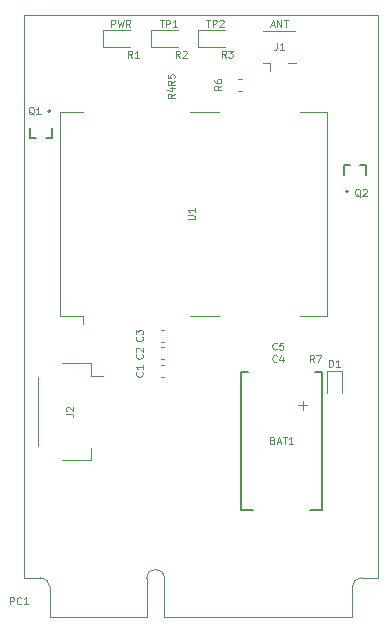
<source format=gbr>
G04 #@! TF.GenerationSoftware,KiCad,Pcbnew,5.1.5+dfsg1-2build2*
G04 #@! TF.CreationDate,2021-01-22T23:18:44+11:00*
G04 #@! TF.ProjectId,mPCIe-LEA-4L,6d504349-652d-44c4-9541-2d344c2e6b69,1*
G04 #@! TF.SameCoordinates,Original*
G04 #@! TF.FileFunction,Legend,Top*
G04 #@! TF.FilePolarity,Positive*
%FSLAX46Y46*%
G04 Gerber Fmt 4.6, Leading zero omitted, Abs format (unit mm)*
G04 Created by KiCad (PCBNEW 5.1.5+dfsg1-2build2) date 2021-01-22 23:18:44*
%MOMM*%
%LPD*%
G04 APERTURE LIST*
%ADD10C,0.120000*%
G04 #@! TA.AperFunction,Profile*
%ADD11C,0.050000*%
G04 #@! TD*
%ADD12C,0.200000*%
%ADD13C,0.127000*%
%ADD14C,0.100000*%
%ADD15C,0.015000*%
G04 APERTURE END LIST*
D10*
G04 #@! TO.C,R6*
X143137221Y-80460000D02*
X143462779Y-80460000D01*
X143137221Y-79440000D02*
X143462779Y-79440000D01*
D11*
G04 #@! TO.C,PC1*
X136900000Y-125000000D02*
X136900000Y-121750000D01*
X127200000Y-125000000D02*
X127200000Y-122500000D01*
X125000000Y-121700000D02*
X126400000Y-121700000D01*
X152800000Y-125000000D02*
X152800000Y-122500000D01*
X153600000Y-121700000D02*
X155000000Y-121700000D01*
X135400000Y-125000000D02*
X127200000Y-125000000D01*
X125000000Y-74050000D02*
X155000000Y-74050000D01*
X155000000Y-121700000D02*
X155000000Y-74050000D01*
X125000000Y-121700000D02*
X125000000Y-74050000D01*
X136900000Y-125000000D02*
X152800000Y-125000000D01*
X135400000Y-125000000D02*
X135400000Y-121750000D01*
X153600000Y-121700000D02*
G75*
G03X152800000Y-122500000I0J-800000D01*
G01*
X126400000Y-121700000D02*
G75*
G02X127200000Y-122500000I0J-800000D01*
G01*
X135400000Y-121750000D02*
G75*
G02X136900000Y-121750000I750000J0D01*
G01*
D10*
G04 #@! TO.C,C3*
X136574721Y-101710000D02*
X136900279Y-101710000D01*
X136574721Y-100690000D02*
X136900279Y-100690000D01*
G04 #@! TO.C,U1*
X130040000Y-100200000D02*
X130040000Y-99510000D01*
X128040000Y-99510000D02*
X130040000Y-99510000D01*
X139060000Y-99510000D02*
X141540000Y-99510000D01*
X148360000Y-82290000D02*
X150660000Y-82290000D01*
X150660000Y-99510000D02*
X150660000Y-82290000D01*
X148360000Y-99510000D02*
X150660000Y-99510000D01*
X139060000Y-82290000D02*
X141540000Y-82290000D01*
X128040000Y-99510000D02*
X128040000Y-82290000D01*
X128040000Y-82290000D02*
X130040000Y-82290000D01*
G04 #@! TO.C,J2*
X126215000Y-104710000D02*
X126215000Y-110590000D01*
X130685000Y-111760000D02*
X130685000Y-110710000D01*
X128185000Y-111760000D02*
X130685000Y-111760000D01*
X130685000Y-104590000D02*
X131675000Y-104590000D01*
X130685000Y-103540000D02*
X130685000Y-104590000D01*
X128185000Y-103540000D02*
X130685000Y-103540000D01*
D12*
G04 #@! TO.C,Q1*
X127250000Y-82220000D02*
G75*
G03X127250000Y-82220000I-100000J0D01*
G01*
D13*
X125513069Y-84489754D02*
X125513069Y-83629754D01*
X126013069Y-84489754D02*
X125513069Y-84489754D01*
X127386274Y-84491441D02*
X127386274Y-83631441D01*
X126886274Y-84491441D02*
X127386274Y-84491441D01*
D10*
G04 #@! TO.C,C1*
X136900279Y-104710000D02*
X136574721Y-104710000D01*
X136900279Y-103690000D02*
X136574721Y-103690000D01*
D12*
G04 #@! TO.C,Q2*
X152450000Y-89025000D02*
G75*
G03X152450000Y-89025000I-100000J0D01*
G01*
D13*
X153986931Y-86755246D02*
X153986931Y-87615246D01*
X153486931Y-86755246D02*
X153986931Y-86755246D01*
X152113726Y-86753559D02*
X152113726Y-87613559D01*
X152613726Y-86753559D02*
X152113726Y-86753559D01*
D10*
G04 #@! TO.C,LED2*
X138050000Y-75315000D02*
X135765000Y-75315000D01*
X135765000Y-75315000D02*
X135765000Y-76785000D01*
X135765000Y-76785000D02*
X138050000Y-76785000D01*
D13*
G04 #@! TO.C,BAT1*
X143963000Y-104275000D02*
X143400000Y-104275000D01*
X143400000Y-104275000D02*
X143400000Y-115975000D01*
X143400000Y-115975000D02*
X144362000Y-115975000D01*
X149238000Y-115975000D02*
X150200000Y-115975000D01*
X150200000Y-115975000D02*
X150200000Y-104275000D01*
X150200000Y-104275000D02*
X149657000Y-104275000D01*
D10*
G04 #@! TO.C,LED1*
X133987500Y-75315000D02*
X131702500Y-75315000D01*
X131702500Y-75315000D02*
X131702500Y-76785000D01*
X131702500Y-76785000D02*
X133987500Y-76785000D01*
G04 #@! TO.C,J1*
X145250000Y-75440000D02*
X147950000Y-75440000D01*
X145840000Y-78160000D02*
X145840000Y-78790000D01*
X148000000Y-78160000D02*
X147360000Y-78160000D01*
X145200000Y-78160000D02*
X145840000Y-78160000D01*
G04 #@! TO.C,LED3*
X142000000Y-75315000D02*
X139715000Y-75315000D01*
X139715000Y-75315000D02*
X139715000Y-76785000D01*
X139715000Y-76785000D02*
X142000000Y-76785000D01*
G04 #@! TO.C,D1*
X151900000Y-104225000D02*
X150700000Y-104225000D01*
X151900000Y-106075000D02*
X151900000Y-104225000D01*
X150700000Y-106075000D02*
X150700000Y-104225000D01*
G04 #@! TO.C,C2*
X136900279Y-102190000D02*
X136574721Y-102190000D01*
X136900279Y-103210000D02*
X136574721Y-103210000D01*
G04 #@! TD*
G04 #@! TO.C,R6*
D14*
X141721428Y-80050000D02*
X141435714Y-80250000D01*
X141721428Y-80392857D02*
X141121428Y-80392857D01*
X141121428Y-80164285D01*
X141150000Y-80107142D01*
X141178571Y-80078571D01*
X141235714Y-80050000D01*
X141321428Y-80050000D01*
X141378571Y-80078571D01*
X141407142Y-80107142D01*
X141435714Y-80164285D01*
X141435714Y-80392857D01*
X141121428Y-79535714D02*
X141121428Y-79650000D01*
X141150000Y-79707142D01*
X141178571Y-79735714D01*
X141264285Y-79792857D01*
X141378571Y-79821428D01*
X141607142Y-79821428D01*
X141664285Y-79792857D01*
X141692857Y-79764285D01*
X141721428Y-79707142D01*
X141721428Y-79592857D01*
X141692857Y-79535714D01*
X141664285Y-79507142D01*
X141607142Y-79478571D01*
X141464285Y-79478571D01*
X141407142Y-79507142D01*
X141378571Y-79535714D01*
X141350000Y-79592857D01*
X141350000Y-79707142D01*
X141378571Y-79764285D01*
X141407142Y-79792857D01*
X141464285Y-79821428D01*
G04 #@! TO.C,PC1*
X123807142Y-123971428D02*
X123807142Y-123371428D01*
X124035714Y-123371428D01*
X124092857Y-123400000D01*
X124121428Y-123428571D01*
X124150000Y-123485714D01*
X124150000Y-123571428D01*
X124121428Y-123628571D01*
X124092857Y-123657142D01*
X124035714Y-123685714D01*
X123807142Y-123685714D01*
X124750000Y-123914285D02*
X124721428Y-123942857D01*
X124635714Y-123971428D01*
X124578571Y-123971428D01*
X124492857Y-123942857D01*
X124435714Y-123885714D01*
X124407142Y-123828571D01*
X124378571Y-123714285D01*
X124378571Y-123628571D01*
X124407142Y-123514285D01*
X124435714Y-123457142D01*
X124492857Y-123400000D01*
X124578571Y-123371428D01*
X124635714Y-123371428D01*
X124721428Y-123400000D01*
X124750000Y-123428571D01*
X125321428Y-123971428D02*
X124978571Y-123971428D01*
X125150000Y-123971428D02*
X125150000Y-123371428D01*
X125092857Y-123457142D01*
X125035714Y-123514285D01*
X124978571Y-123542857D01*
G04 #@! TO.C,C3*
X135014285Y-101300000D02*
X135042857Y-101328571D01*
X135071428Y-101414285D01*
X135071428Y-101471428D01*
X135042857Y-101557142D01*
X134985714Y-101614285D01*
X134928571Y-101642857D01*
X134814285Y-101671428D01*
X134728571Y-101671428D01*
X134614285Y-101642857D01*
X134557142Y-101614285D01*
X134500000Y-101557142D01*
X134471428Y-101471428D01*
X134471428Y-101414285D01*
X134500000Y-101328571D01*
X134528571Y-101300000D01*
X134471428Y-101100000D02*
X134471428Y-100728571D01*
X134700000Y-100928571D01*
X134700000Y-100842857D01*
X134728571Y-100785714D01*
X134757142Y-100757142D01*
X134814285Y-100728571D01*
X134957142Y-100728571D01*
X135014285Y-100757142D01*
X135042857Y-100785714D01*
X135071428Y-100842857D01*
X135071428Y-101014285D01*
X135042857Y-101071428D01*
X135014285Y-101100000D01*
G04 #@! TO.C,U1*
X138871428Y-91357142D02*
X139357142Y-91357142D01*
X139414285Y-91328571D01*
X139442857Y-91300000D01*
X139471428Y-91242857D01*
X139471428Y-91128571D01*
X139442857Y-91071428D01*
X139414285Y-91042857D01*
X139357142Y-91014285D01*
X138871428Y-91014285D01*
X139471428Y-90414285D02*
X139471428Y-90757142D01*
X139471428Y-90585714D02*
X138871428Y-90585714D01*
X138957142Y-90642857D01*
X139014285Y-90700000D01*
X139042857Y-90757142D01*
G04 #@! TO.C,J2*
X128571428Y-107850000D02*
X129000000Y-107850000D01*
X129085714Y-107878571D01*
X129142857Y-107935714D01*
X129171428Y-108021428D01*
X129171428Y-108078571D01*
X128628571Y-107592857D02*
X128600000Y-107564285D01*
X128571428Y-107507142D01*
X128571428Y-107364285D01*
X128600000Y-107307142D01*
X128628571Y-107278571D01*
X128685714Y-107250000D01*
X128742857Y-107250000D01*
X128828571Y-107278571D01*
X129171428Y-107621428D01*
X129171428Y-107250000D01*
G04 #@! TO.C,R7*
X149550000Y-103446428D02*
X149350000Y-103160714D01*
X149207142Y-103446428D02*
X149207142Y-102846428D01*
X149435714Y-102846428D01*
X149492857Y-102875000D01*
X149521428Y-102903571D01*
X149550000Y-102960714D01*
X149550000Y-103046428D01*
X149521428Y-103103571D01*
X149492857Y-103132142D01*
X149435714Y-103160714D01*
X149207142Y-103160714D01*
X149750000Y-102846428D02*
X150150000Y-102846428D01*
X149892857Y-103446428D01*
G04 #@! TO.C,Q1*
X125862857Y-82498571D02*
X125805714Y-82470000D01*
X125748571Y-82412857D01*
X125662857Y-82327142D01*
X125605714Y-82298571D01*
X125548571Y-82298571D01*
X125577142Y-82441428D02*
X125520000Y-82412857D01*
X125462857Y-82355714D01*
X125434285Y-82241428D01*
X125434285Y-82041428D01*
X125462857Y-81927142D01*
X125520000Y-81870000D01*
X125577142Y-81841428D01*
X125691428Y-81841428D01*
X125748571Y-81870000D01*
X125805714Y-81927142D01*
X125834285Y-82041428D01*
X125834285Y-82241428D01*
X125805714Y-82355714D01*
X125748571Y-82412857D01*
X125691428Y-82441428D01*
X125577142Y-82441428D01*
X126405714Y-82441428D02*
X126062857Y-82441428D01*
X126234285Y-82441428D02*
X126234285Y-81841428D01*
X126177142Y-81927142D01*
X126120000Y-81984285D01*
X126062857Y-82012857D01*
G04 #@! TO.C,C1*
X135001785Y-104300000D02*
X135030357Y-104328571D01*
X135058928Y-104414285D01*
X135058928Y-104471428D01*
X135030357Y-104557142D01*
X134973214Y-104614285D01*
X134916071Y-104642857D01*
X134801785Y-104671428D01*
X134716071Y-104671428D01*
X134601785Y-104642857D01*
X134544642Y-104614285D01*
X134487500Y-104557142D01*
X134458928Y-104471428D01*
X134458928Y-104414285D01*
X134487500Y-104328571D01*
X134516071Y-104300000D01*
X135058928Y-103728571D02*
X135058928Y-104071428D01*
X135058928Y-103900000D02*
X134458928Y-103900000D01*
X134544642Y-103957142D01*
X134601785Y-104014285D01*
X134630357Y-104071428D01*
G04 #@! TO.C,R3*
X142100000Y-77671428D02*
X141900000Y-77385714D01*
X141757142Y-77671428D02*
X141757142Y-77071428D01*
X141985714Y-77071428D01*
X142042857Y-77100000D01*
X142071428Y-77128571D01*
X142100000Y-77185714D01*
X142100000Y-77271428D01*
X142071428Y-77328571D01*
X142042857Y-77357142D01*
X141985714Y-77385714D01*
X141757142Y-77385714D01*
X142300000Y-77071428D02*
X142671428Y-77071428D01*
X142471428Y-77300000D01*
X142557142Y-77300000D01*
X142614285Y-77328571D01*
X142642857Y-77357142D01*
X142671428Y-77414285D01*
X142671428Y-77557142D01*
X142642857Y-77614285D01*
X142614285Y-77642857D01*
X142557142Y-77671428D01*
X142385714Y-77671428D01*
X142328571Y-77642857D01*
X142300000Y-77614285D01*
G04 #@! TO.C,Q2*
X153492857Y-89453571D02*
X153435714Y-89425000D01*
X153378571Y-89367857D01*
X153292857Y-89282142D01*
X153235714Y-89253571D01*
X153178571Y-89253571D01*
X153207142Y-89396428D02*
X153150000Y-89367857D01*
X153092857Y-89310714D01*
X153064285Y-89196428D01*
X153064285Y-88996428D01*
X153092857Y-88882142D01*
X153150000Y-88825000D01*
X153207142Y-88796428D01*
X153321428Y-88796428D01*
X153378571Y-88825000D01*
X153435714Y-88882142D01*
X153464285Y-88996428D01*
X153464285Y-89196428D01*
X153435714Y-89310714D01*
X153378571Y-89367857D01*
X153321428Y-89396428D01*
X153207142Y-89396428D01*
X153692857Y-88853571D02*
X153721428Y-88825000D01*
X153778571Y-88796428D01*
X153921428Y-88796428D01*
X153978571Y-88825000D01*
X154007142Y-88853571D01*
X154035714Y-88910714D01*
X154035714Y-88967857D01*
X154007142Y-89053571D01*
X153664285Y-89396428D01*
X154035714Y-89396428D01*
G04 #@! TO.C,LED2*
X136492857Y-74471428D02*
X136835714Y-74471428D01*
X136664285Y-75071428D02*
X136664285Y-74471428D01*
X137035714Y-75071428D02*
X137035714Y-74471428D01*
X137264285Y-74471428D01*
X137321428Y-74500000D01*
X137350000Y-74528571D01*
X137378571Y-74585714D01*
X137378571Y-74671428D01*
X137350000Y-74728571D01*
X137321428Y-74757142D01*
X137264285Y-74785714D01*
X137035714Y-74785714D01*
X137950000Y-75071428D02*
X137607142Y-75071428D01*
X137778571Y-75071428D02*
X137778571Y-74471428D01*
X137721428Y-74557142D01*
X137664285Y-74614285D01*
X137607142Y-74642857D01*
G04 #@! TO.C,R2*
X138200000Y-77671428D02*
X138000000Y-77385714D01*
X137857142Y-77671428D02*
X137857142Y-77071428D01*
X138085714Y-77071428D01*
X138142857Y-77100000D01*
X138171428Y-77128571D01*
X138200000Y-77185714D01*
X138200000Y-77271428D01*
X138171428Y-77328571D01*
X138142857Y-77357142D01*
X138085714Y-77385714D01*
X137857142Y-77385714D01*
X138428571Y-77128571D02*
X138457142Y-77100000D01*
X138514285Y-77071428D01*
X138657142Y-77071428D01*
X138714285Y-77100000D01*
X138742857Y-77128571D01*
X138771428Y-77185714D01*
X138771428Y-77242857D01*
X138742857Y-77328571D01*
X138400000Y-77671428D01*
X138771428Y-77671428D01*
G04 #@! TO.C,C5*
X146400000Y-102339285D02*
X146371428Y-102367857D01*
X146285714Y-102396428D01*
X146228571Y-102396428D01*
X146142857Y-102367857D01*
X146085714Y-102310714D01*
X146057142Y-102253571D01*
X146028571Y-102139285D01*
X146028571Y-102053571D01*
X146057142Y-101939285D01*
X146085714Y-101882142D01*
X146142857Y-101825000D01*
X146228571Y-101796428D01*
X146285714Y-101796428D01*
X146371428Y-101825000D01*
X146400000Y-101853571D01*
X146942857Y-101796428D02*
X146657142Y-101796428D01*
X146628571Y-102082142D01*
X146657142Y-102053571D01*
X146714285Y-102025000D01*
X146857142Y-102025000D01*
X146914285Y-102053571D01*
X146942857Y-102082142D01*
X146971428Y-102139285D01*
X146971428Y-102282142D01*
X146942857Y-102339285D01*
X146914285Y-102367857D01*
X146857142Y-102396428D01*
X146714285Y-102396428D01*
X146657142Y-102367857D01*
X146628571Y-102339285D01*
G04 #@! TO.C,BAT1*
X146071428Y-110082142D02*
X146157142Y-110110714D01*
X146185714Y-110139285D01*
X146214285Y-110196428D01*
X146214285Y-110282142D01*
X146185714Y-110339285D01*
X146157142Y-110367857D01*
X146100000Y-110396428D01*
X145871428Y-110396428D01*
X145871428Y-109796428D01*
X146071428Y-109796428D01*
X146128571Y-109825000D01*
X146157142Y-109853571D01*
X146185714Y-109910714D01*
X146185714Y-109967857D01*
X146157142Y-110025000D01*
X146128571Y-110053571D01*
X146071428Y-110082142D01*
X145871428Y-110082142D01*
X146442857Y-110225000D02*
X146728571Y-110225000D01*
X146385714Y-110396428D02*
X146585714Y-109796428D01*
X146785714Y-110396428D01*
X146900000Y-109796428D02*
X147242857Y-109796428D01*
X147071428Y-110396428D02*
X147071428Y-109796428D01*
X147757142Y-110396428D02*
X147414285Y-110396428D01*
X147585714Y-110396428D02*
X147585714Y-109796428D01*
X147528571Y-109882142D01*
X147471428Y-109939285D01*
X147414285Y-109967857D01*
D15*
X148217334Y-107096749D02*
X148982665Y-107096749D01*
X148600000Y-107479414D02*
X148600000Y-106714084D01*
G04 #@! TO.C,R1*
D14*
X134165000Y-77671428D02*
X133965000Y-77385714D01*
X133822142Y-77671428D02*
X133822142Y-77071428D01*
X134050714Y-77071428D01*
X134107857Y-77100000D01*
X134136428Y-77128571D01*
X134165000Y-77185714D01*
X134165000Y-77271428D01*
X134136428Y-77328571D01*
X134107857Y-77357142D01*
X134050714Y-77385714D01*
X133822142Y-77385714D01*
X134736428Y-77671428D02*
X134393571Y-77671428D01*
X134565000Y-77671428D02*
X134565000Y-77071428D01*
X134507857Y-77157142D01*
X134450714Y-77214285D01*
X134393571Y-77242857D01*
G04 #@! TO.C,R5*
X137771428Y-79650000D02*
X137485714Y-79850000D01*
X137771428Y-79992857D02*
X137171428Y-79992857D01*
X137171428Y-79764285D01*
X137200000Y-79707142D01*
X137228571Y-79678571D01*
X137285714Y-79650000D01*
X137371428Y-79650000D01*
X137428571Y-79678571D01*
X137457142Y-79707142D01*
X137485714Y-79764285D01*
X137485714Y-79992857D01*
X137171428Y-79107142D02*
X137171428Y-79392857D01*
X137457142Y-79421428D01*
X137428571Y-79392857D01*
X137400000Y-79335714D01*
X137400000Y-79192857D01*
X137428571Y-79135714D01*
X137457142Y-79107142D01*
X137514285Y-79078571D01*
X137657142Y-79078571D01*
X137714285Y-79107142D01*
X137742857Y-79135714D01*
X137771428Y-79192857D01*
X137771428Y-79335714D01*
X137742857Y-79392857D01*
X137714285Y-79421428D01*
G04 #@! TO.C,LED1*
X132387500Y-75071428D02*
X132387500Y-74471428D01*
X132616071Y-74471428D01*
X132673214Y-74500000D01*
X132701785Y-74528571D01*
X132730357Y-74585714D01*
X132730357Y-74671428D01*
X132701785Y-74728571D01*
X132673214Y-74757142D01*
X132616071Y-74785714D01*
X132387500Y-74785714D01*
X132930357Y-74471428D02*
X133073214Y-75071428D01*
X133187500Y-74642857D01*
X133301785Y-75071428D01*
X133444642Y-74471428D01*
X134016071Y-75071428D02*
X133816071Y-74785714D01*
X133673214Y-75071428D02*
X133673214Y-74471428D01*
X133901785Y-74471428D01*
X133958928Y-74500000D01*
X133987500Y-74528571D01*
X134016071Y-74585714D01*
X134016071Y-74671428D01*
X133987500Y-74728571D01*
X133958928Y-74757142D01*
X133901785Y-74785714D01*
X133673214Y-74785714D01*
G04 #@! TO.C,C4*
X146390000Y-103389285D02*
X146361428Y-103417857D01*
X146275714Y-103446428D01*
X146218571Y-103446428D01*
X146132857Y-103417857D01*
X146075714Y-103360714D01*
X146047142Y-103303571D01*
X146018571Y-103189285D01*
X146018571Y-103103571D01*
X146047142Y-102989285D01*
X146075714Y-102932142D01*
X146132857Y-102875000D01*
X146218571Y-102846428D01*
X146275714Y-102846428D01*
X146361428Y-102875000D01*
X146390000Y-102903571D01*
X146904285Y-103046428D02*
X146904285Y-103446428D01*
X146761428Y-102817857D02*
X146618571Y-103246428D01*
X146990000Y-103246428D01*
G04 #@! TO.C,J1*
X146400000Y-76421428D02*
X146400000Y-76850000D01*
X146371428Y-76935714D01*
X146314285Y-76992857D01*
X146228571Y-77021428D01*
X146171428Y-77021428D01*
X147000000Y-77021428D02*
X146657142Y-77021428D01*
X146828571Y-77021428D02*
X146828571Y-76421428D01*
X146771428Y-76507142D01*
X146714285Y-76564285D01*
X146657142Y-76592857D01*
X145914285Y-74900000D02*
X146200000Y-74900000D01*
X145857142Y-75071428D02*
X146057142Y-74471428D01*
X146257142Y-75071428D01*
X146457142Y-75071428D02*
X146457142Y-74471428D01*
X146800000Y-75071428D01*
X146800000Y-74471428D01*
X147000000Y-74471428D02*
X147342857Y-74471428D01*
X147171428Y-75071428D02*
X147171428Y-74471428D01*
G04 #@! TO.C,LED3*
X140442857Y-74471428D02*
X140785714Y-74471428D01*
X140614285Y-75071428D02*
X140614285Y-74471428D01*
X140985714Y-75071428D02*
X140985714Y-74471428D01*
X141214285Y-74471428D01*
X141271428Y-74500000D01*
X141300000Y-74528571D01*
X141328571Y-74585714D01*
X141328571Y-74671428D01*
X141300000Y-74728571D01*
X141271428Y-74757142D01*
X141214285Y-74785714D01*
X140985714Y-74785714D01*
X141557142Y-74528571D02*
X141585714Y-74500000D01*
X141642857Y-74471428D01*
X141785714Y-74471428D01*
X141842857Y-74500000D01*
X141871428Y-74528571D01*
X141900000Y-74585714D01*
X141900000Y-74642857D01*
X141871428Y-74728571D01*
X141528571Y-75071428D01*
X141900000Y-75071428D01*
G04 #@! TO.C,R4*
X137771428Y-80750000D02*
X137485714Y-80950000D01*
X137771428Y-81092857D02*
X137171428Y-81092857D01*
X137171428Y-80864285D01*
X137200000Y-80807142D01*
X137228571Y-80778571D01*
X137285714Y-80750000D01*
X137371428Y-80750000D01*
X137428571Y-80778571D01*
X137457142Y-80807142D01*
X137485714Y-80864285D01*
X137485714Y-81092857D01*
X137371428Y-80235714D02*
X137771428Y-80235714D01*
X137142857Y-80378571D02*
X137571428Y-80521428D01*
X137571428Y-80150000D01*
G04 #@! TO.C,D1*
X150832142Y-103846428D02*
X150832142Y-103246428D01*
X150975000Y-103246428D01*
X151060714Y-103275000D01*
X151117857Y-103332142D01*
X151146428Y-103389285D01*
X151175000Y-103503571D01*
X151175000Y-103589285D01*
X151146428Y-103703571D01*
X151117857Y-103760714D01*
X151060714Y-103817857D01*
X150975000Y-103846428D01*
X150832142Y-103846428D01*
X151746428Y-103846428D02*
X151403571Y-103846428D01*
X151575000Y-103846428D02*
X151575000Y-103246428D01*
X151517857Y-103332142D01*
X151460714Y-103389285D01*
X151403571Y-103417857D01*
G04 #@! TO.C,C2*
X135014285Y-102800000D02*
X135042857Y-102828571D01*
X135071428Y-102914285D01*
X135071428Y-102971428D01*
X135042857Y-103057142D01*
X134985714Y-103114285D01*
X134928571Y-103142857D01*
X134814285Y-103171428D01*
X134728571Y-103171428D01*
X134614285Y-103142857D01*
X134557142Y-103114285D01*
X134500000Y-103057142D01*
X134471428Y-102971428D01*
X134471428Y-102914285D01*
X134500000Y-102828571D01*
X134528571Y-102800000D01*
X134528571Y-102571428D02*
X134500000Y-102542857D01*
X134471428Y-102485714D01*
X134471428Y-102342857D01*
X134500000Y-102285714D01*
X134528571Y-102257142D01*
X134585714Y-102228571D01*
X134642857Y-102228571D01*
X134728571Y-102257142D01*
X135071428Y-102600000D01*
X135071428Y-102228571D01*
G04 #@! TD*
M02*

</source>
